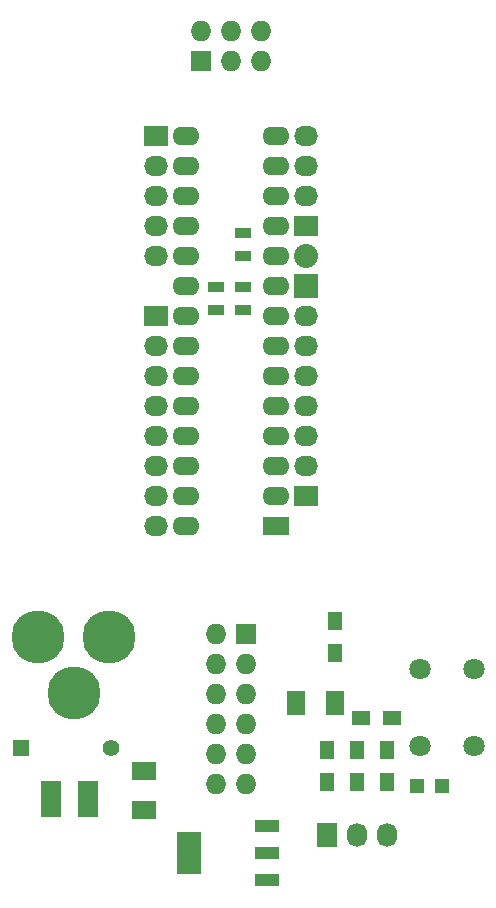
<source format=gts>
%FSLAX46Y46*%
G04 Gerber Fmt 4.6, Leading zero omitted, Abs format (unit mm)*
G04 Created by KiCad (PCBNEW (2014-10-27 BZR 5228)-product) date 05/01/2015 12:45:55*
%MOMM*%
G01*
G04 APERTURE LIST*
%ADD10C,0.100000*%
%ADD11R,2.032000X1.524000*%
%ADD12R,1.524000X2.032000*%
%ADD13R,1.397000X0.889000*%
%ADD14R,1.397000X1.397000*%
%ADD15C,1.397000*%
%ADD16R,1.198880X1.198880*%
%ADD17R,1.700000X3.150000*%
%ADD18O,2.286000X1.574800*%
%ADD19R,2.286000X1.574800*%
%ADD20R,1.727200X2.032000*%
%ADD21O,1.727200X2.032000*%
%ADD22R,1.727200X1.727200*%
%ADD23O,1.727200X1.727200*%
%ADD24R,2.032000X1.727200*%
%ADD25O,2.032000X1.727200*%
%ADD26R,2.032000X2.032000*%
%ADD27O,2.032000X2.032000*%
%ADD28R,1.500000X1.300000*%
%ADD29R,1.300000X1.500000*%
%ADD30C,1.800000*%
%ADD31R,2.032000X3.657600*%
%ADD32R,2.032000X1.016000*%
%ADD33C,4.500000*%
G04 APERTURE END LIST*
D10*
D11*
X200914000Y-117983000D03*
X200914000Y-114681000D03*
D12*
X213741000Y-108966000D03*
X217043000Y-108966000D03*
D13*
X209296000Y-75628500D03*
X209296000Y-73723500D03*
X209296000Y-69151500D03*
X209296000Y-71056500D03*
X207010000Y-73723500D03*
X207010000Y-75628500D03*
D14*
X190500000Y-112776000D03*
D15*
X198120000Y-112776000D03*
D16*
X226156520Y-115951000D03*
X224058480Y-115951000D03*
D17*
X196164000Y-117094000D03*
X193064000Y-117094000D03*
D18*
X212090000Y-91440000D03*
X212090000Y-88900000D03*
X212090000Y-86360000D03*
X212090000Y-83820000D03*
X212090000Y-81280000D03*
X212090000Y-78740000D03*
X212090000Y-76200000D03*
X212090000Y-73660000D03*
X212090000Y-71120000D03*
X212090000Y-68580000D03*
X212090000Y-66040000D03*
X212090000Y-63500000D03*
X212090000Y-60960000D03*
D19*
X212090000Y-93980000D03*
D18*
X204470000Y-60960000D03*
X204470000Y-63500000D03*
X204470000Y-66040000D03*
X204470000Y-68580000D03*
X204470000Y-71120000D03*
X204470000Y-73660000D03*
X204470000Y-76200000D03*
X204470000Y-78740000D03*
X204470000Y-81280000D03*
X204470000Y-83820000D03*
X204470000Y-86360000D03*
X204470000Y-88900000D03*
X204470000Y-91440000D03*
X204470000Y-93980000D03*
D20*
X216408000Y-120142000D03*
D21*
X218948000Y-120142000D03*
X221488000Y-120142000D03*
D22*
X205740000Y-54610000D03*
D23*
X205740000Y-52070000D03*
X208280000Y-54610000D03*
X208280000Y-52070000D03*
X210820000Y-54610000D03*
X210820000Y-52070000D03*
D24*
X214630000Y-91440000D03*
D25*
X214630000Y-88900000D03*
X214630000Y-86360000D03*
X214630000Y-83820000D03*
X214630000Y-81280000D03*
X214630000Y-78740000D03*
X214630000Y-76200000D03*
D24*
X201930000Y-76200000D03*
D25*
X201930000Y-78740000D03*
X201930000Y-81280000D03*
X201930000Y-83820000D03*
X201930000Y-86360000D03*
X201930000Y-88900000D03*
X201930000Y-91440000D03*
X201930000Y-93980000D03*
D26*
X214630000Y-73660000D03*
D27*
X214630000Y-71120000D03*
D24*
X201930000Y-60960000D03*
D25*
X201930000Y-63500000D03*
X201930000Y-66040000D03*
X201930000Y-68580000D03*
X201930000Y-71120000D03*
D24*
X214630000Y-68580000D03*
D25*
X214630000Y-66040000D03*
X214630000Y-63500000D03*
X214630000Y-60960000D03*
D28*
X221949000Y-110236000D03*
X219249000Y-110236000D03*
D29*
X218948000Y-115650000D03*
X218948000Y-112950000D03*
X216408000Y-112950000D03*
X216408000Y-115650000D03*
X221488000Y-112950000D03*
X221488000Y-115650000D03*
X217043000Y-102028000D03*
X217043000Y-104728000D03*
D30*
X228818000Y-112597000D03*
X224318000Y-112597000D03*
X228818000Y-106097000D03*
X224318000Y-106097000D03*
D31*
X204724000Y-121666000D03*
D32*
X211328000Y-121666000D03*
X211328000Y-119380000D03*
X211328000Y-123952000D03*
D22*
X209550000Y-103124000D03*
D23*
X207010000Y-103124000D03*
X209550000Y-105664000D03*
X207010000Y-105664000D03*
X209550000Y-108204000D03*
X207010000Y-108204000D03*
X209550000Y-110744000D03*
X207010000Y-110744000D03*
X209550000Y-113284000D03*
X207010000Y-113284000D03*
X209550000Y-115824000D03*
X207010000Y-115824000D03*
D33*
X197970140Y-103378000D03*
X191970660Y-103378000D03*
X194970400Y-108077000D03*
M02*

</source>
